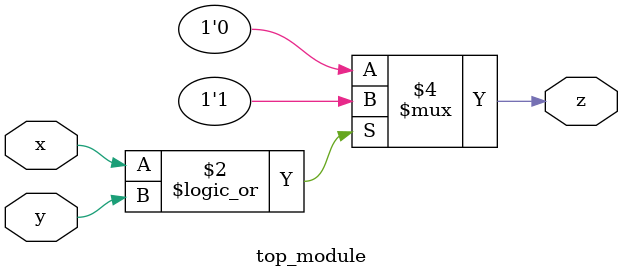
<source format=sv>
module top_module(
	input x,
	input y,
	output z);

	always @(x or y) begin
		if (x || y)
			z <= 1;
		else
			z <= 0;
	end

endmodule

</source>
